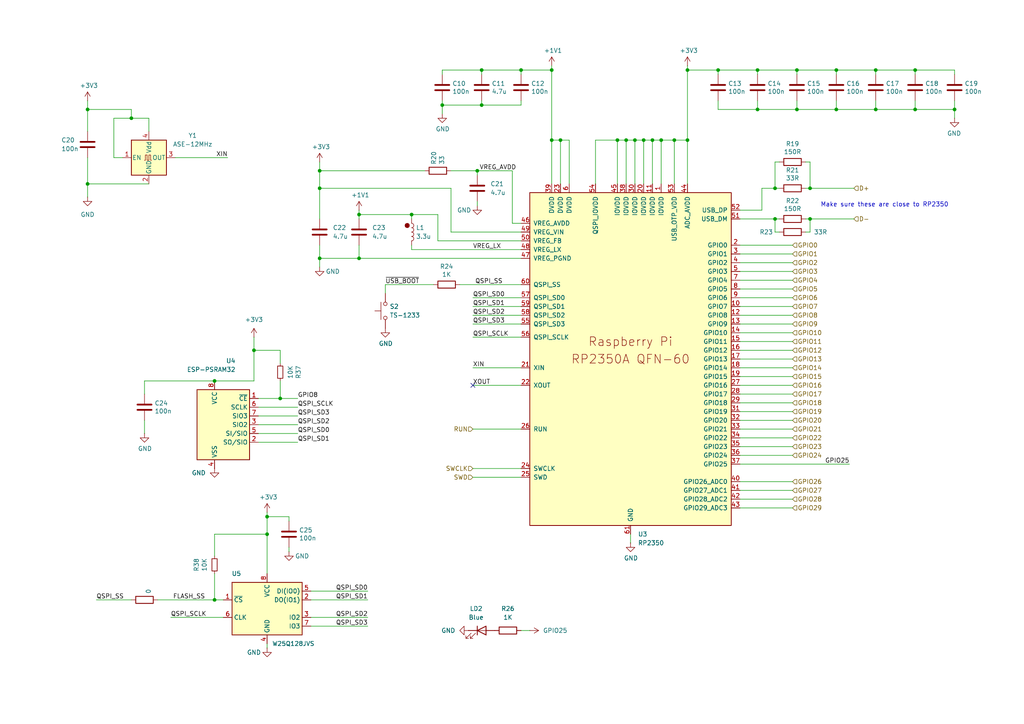
<source format=kicad_sch>
(kicad_sch (version 20250114) (generator "eeschema") (generator_version "9.0")
  (paper "A4")
  (title_block (title "MiniFRANK RM24") (date "2025-03-14") (rev "1.00") (company "Mikhail Matveev") (comment 1 "https://github.com/xtremespb/frank"))
  (lib_symbols
    (symbol "+1V1_1" (power) (pin_numbers (hide yes)) (pin_names (offset 0) (hide yes))
      (property "Value" "+1V1" (at 0 3.556 0))
      (symbol "+1V1_1_0_1"
        (polyline (pts (xy -0.762 1.27) (xy 0 2.54)))
        (polyline (pts (xy 0 2.54) (xy 0.762 1.27)))
        (polyline (pts (xy 0 0) (xy 0 2.54)))
      )
      (symbol "+1V1_1_1_1"
        (pin power_in line (at 0 0 90) (length 0) (name "~") (number "1"))
      )
    )
    (symbol "+3V3_1" (power) (pin_numbers (hide yes)) (pin_names (offset 0) (hide yes))
      (property "Value" "+3V3" (at 0 3.556 0))
      (symbol "+3V3_1_0_1"
        (polyline (pts (xy -0.762 1.27) (xy 0 2.54)))
        (polyline (pts (xy 0 2.54) (xy 0.762 1.27)))
        (polyline (pts (xy 0 0) (xy 0 2.54)))
      )
      (symbol "+3V3_1_1_1"
        (pin power_in line (at 0 0 90) (length 0) (name "~") (number "1"))
      )
    )
    (symbol "+3V3_3" (power) (pin_numbers (hide yes)) (pin_names (offset 0) (hide yes))
      (property "Value" "+3V3" (at 0 3.556 0))
      (symbol "+3V3_3_0_1"
        (polyline (pts (xy -0.762 1.27) (xy 0 2.54)))
        (polyline (pts (xy 0 2.54) (xy 0.762 1.27)))
        (polyline (pts (xy 0 0) (xy 0 2.54)))
      )
      (symbol "+3V3_3_1_1"
        (pin power_in line (at 0 0 90) (length 0) (name "~") (number "1"))
      )
    )
    (symbol "Device:C" (pin_numbers (hide yes)) (pin_names (offset 0.254))
      (property "Reference" "C" (at 0.635 2.54 0))
      (property "Value" "C" (at 0.635 -2.54 0))
      (symbol "C_0_1"
        (polyline (pts (xy -2.032 0.762) (xy 2.032 0.762)) (stroke (width 0.508)))
        (polyline (pts (xy -2.032 -0.762) (xy 2.032 -0.762)) (stroke (width 0.508)))
      )
      (symbol "C_1_1"
        (pin passive line (at 0 3.81 270) (length 2.794) (name "~") (number "1"))
        (pin passive line (at 0 -3.81 90) (length 2.794) (name "~") (number "2"))
      )
    )
    (symbol "Device:L" (pin_numbers (hide yes)) (pin_names (offset 1.016) (hide yes))
      (property "Reference" "L" (at -1.27 0 90))
      (property "Value" "L" (at 1.905 0 90))
      (symbol "L_0_1"
        (arc (start 0 2.54) (mid 0.6323 1.905) (end 0 1.27))
        (arc (start 0 1.27) (mid 0.6323 0.635) (end 0 0))
        (arc (start 0 0) (mid 0.6323 -0.635) (end 0 -1.27))
        (arc (start 0 -1.27) (mid 0.6323 -1.905) (end 0 -2.54))
      )
      (symbol "L_1_1"
        (pin passive line (at 0 3.81 270) (length 1.27) (name "1") (number "1"))
        (pin passive line (at 0 -3.81 90) (length 1.27) (name "2") (number "2"))
      )
    )
    (symbol "Device:LED" (pin_numbers (hide yes)) (pin_names (offset 1.016) (hide yes))
      (property "Reference" "D" (at 0 2.54 0))
      (property "Value" "LED" (at 0 -2.54 0))
      (symbol "LED_0_1"
        (polyline (pts (xy -3.048 -0.762) (xy -4.572 -2.286) (xy -3.81 -2.286) (xy -4.572 -2.286) (xy -4.572 -1.524)))
        (polyline (pts (xy -1.778 -0.762) (xy -3.302 -2.286) (xy -2.54 -2.286) (xy -3.302 -2.286) (xy -3.302 -1.524)))
        (polyline (pts (xy -1.27 0) (xy 1.27 0)))
        (polyline (pts (xy -1.27 -1.27) (xy -1.27 1.27)) (stroke (width 0.254)))
        (polyline (pts (xy 1.27 -1.27) (xy 1.27 1.27) (xy -1.27 0) (xy 1.27 -1.27)) (stroke (width 0.254)))
      )
      (symbol "LED_1_1"
        (pin passive line (at -3.81 0 0) (length 2.54) (name "K") (number "1"))
        (pin passive line (at 3.81 0 180) (length 2.54) (name "A") (number "2"))
      )
    )
    (symbol "Device:R" (pin_numbers (hide yes)) (pin_names (offset 0))
      (property "Reference" "R" (at 2.032 0 90))
      (property "Value" "R" (at 0 0 90))
      (symbol "R_0_1"
        (rectangle (start -1.016 -2.54) (end 1.016 2.54) (stroke (width 0.254)))
      )
      (symbol "R_1_1"
        (pin passive line (at 0 3.81 270) (length 1.27) (name "~") (number "1"))
        (pin passive line (at 0 -3.81 90) (length 1.27) (name "~") (number "2"))
      )
    )
    (symbol "Device:R_Small" (pin_numbers (hide yes)) (pin_names (offset 0.254) (hide yes))
      (property "Reference" "R" (at 0.762 0.508 0))
      (property "Value" "R_Small" (at 0.762 -1.016 0))
      (symbol "R_Small_0_1"
        (rectangle (start -0.762 1.778) (end 0.762 -1.778) (stroke (width 0.2032)))
      )
      (symbol "R_Small_1_1"
        (pin passive line (at 0 2.54 270) (length 0.762) (name "~") (number "1"))
        (pin passive line (at 0 -2.54 90) (length 0.762) (name "~") (number "2"))
      )
    )
    (symbol "FRANK:ESP-PSRAM32"
      (property "Reference" "PSR1" (at -8.89 1.2701 0))
      (property "Value" "PSRAM" (at -8.89 -1.2699 0))
      (symbol "ESP-PSRAM32_0_1"
        (rectangle (start -7.62 10.16) (end 7.62 -10.16) (stroke (width 0.254)) (fill (type background)))
      )
      (symbol "ESP-PSRAM32_1_1"
        (pin power_in line (at -2.54 12.7 270) (length 2.54) (name "VCC") (number "8"))
        (pin power_in line (at -2.54 -12.7 90) (length 2.54) (name "VSS") (number "4"))
        (pin input line (at 10.16 7.62 180) (length 2.54) (name "~{CE}") (number "1"))
        (pin output line (at 10.16 5.08 180) (length 2.54) (name "SCLK") (number "6"))
        (pin bidirectional line (at 10.16 2.54 180) (length 2.54) (name "SIO3") (number "7"))
        (pin bidirectional line (at 10.16 0 180) (length 2.54) (name "SIO2") (number "3"))
        (pin input line (at 10.16 -2.54 180) (length 2.54) (name "SI/SIO") (number "5"))
        (pin output line (at 10.16 -5.08 180) (length 2.54) (name "SO/SIO") (number "2"))
      )
    )
    (symbol "FRANK:RP2350A" (pin_names (offset 1.016))
      (property "Reference" "U3" (at 2.1433 -50.8 0))
      (property "Value" "RP2350" (at 2.1433 -53.34 0))
      (symbol "RP2350A_0_0"
        (text "Raspberry Pi" (at 0 5.08 0) (effects (font (size 2.54 2.54))))
      )
      (symbol "RP2350A_0_1"
        (rectangle (start 29.21 48.26) (end -29.21 -48.26) (stroke (width 0.254)) (fill (type background)))
      )
      (symbol "RP2350A_1_0"
        (text "RP2350A QFN-60" (at 0 0 0) (effects (font (size 2.54 2.54))))
      )
      (symbol "RP2350A_1_1"
        (pin power_in line (at -31.75 39.37 0) (length 2.54) (name "VREG_AVDD") (number "46"))
        (pin power_in line (at -31.75 36.83 0) (length 2.54) (name "VREG_VIN") (number "49"))
        (pin input line (at -31.75 34.29 0) (length 2.54) (name "VREG_FB") (number "50"))
        (pin power_out line (at -31.75 31.75 0) (length 2.54) (name "VREG_LX") (number "48"))
        (pin power_in line (at -31.75 29.21 0) (length 2.54) (name "VREG_PGND") (number "47"))
        (pin bidirectional line (at -31.75 21.59 0) (length 2.54) (name "QSPI_SS") (number "60"))
        (pin bidirectional line (at -31.75 17.78 0) (length 2.54) (name "QSPI_SD0") (number "57"))
        (pin bidirectional line (at -31.75 15.24 0) (length 2.54) (name "QSPI_SD1") (number "59"))
        (pin bidirectional line (at -31.75 12.7 0) (length 2.54) (name "QSPI_SD2") (number "58"))
        (pin bidirectional line (at -31.75 10.16 0) (length 2.54) (name "QSPI_SD3") (number "55"))
        (pin output line (at -31.75 6.35 0) (length 2.54) (name "QSPI_SCLK") (number "56"))
        (pin input line (at -31.75 -2.54 0) (length 2.54) (name "XIN") (number "21"))
        (pin passive line (at -31.75 -7.62 0) (length 2.54) (name "XOUT") (number "22"))
        (pin input line (at -31.75 -20.32 0) (length 2.54) (name "RUN") (number "26"))
        (pin output line (at -31.75 -31.75 0) (length 2.54) (name "SWCLK") (number "24"))
        (pin bidirectional line (at -31.75 -34.29 0) (length 2.54) (name "SWD") (number "25"))
        (pin power_in line (at -22.86 50.8 270) (length 2.54) (name "DVDD") (number "39"))
        (pin power_in line (at -20.32 50.8 270) (length 2.54) (name "DVDD") (number "23"))
        (pin power_in line (at -17.78 50.8 270) (length 2.54) (name "DVDD") (number "6"))
        (pin power_in line (at -10.16 50.8 270) (length 2.54) (name "QSPI_IOVDD") (number "54"))
        (pin power_in line (at -3.81 50.8 270) (length 2.54) (name "IOVDD") (number "45"))
        (pin power_in line (at -1.27 50.8 270) (length 2.54) (name "IOVDD") (number "38"))
        (pin power_in line (at 0 -50.8 90) (length 2.54) (name "GND") (number "61"))
        (pin power_in line (at 1.27 50.8 270) (length 2.54) (name "IOVDD") (number "30"))
        (pin power_in line (at 3.81 50.8 270) (length 2.54) (name "IOVDD") (number "20"))
        (pin power_in line (at 6.35 50.8 270) (length 2.54) (name "IOVDD") (number "11"))
        (pin power_in line (at 8.89 50.8 270) (length 2.54) (name "IOVDD") (number "1"))
        (pin power_in line (at 12.7 50.8 270) (length 2.54) (name "USB_OTP_VDD") (number "53"))
        (pin power_in line (at 16.51 50.8 270) (length 2.54) (name "ADC_AVDD") (number "44"))
        (pin bidirectional line (at 31.75 43.18 180) (length 2.54) (name "USB_DP") (number "52"))
        (pin bidirectional line (at 31.75 40.64 180) (length 2.54) (name "USB_DM") (number "51"))
        (pin bidirectional line (at 31.75 33.02 180) (length 2.54) (name "GPIO0") (number "2"))
        (pin bidirectional line (at 31.75 30.48 180) (length 2.54) (name "GPIO1") (number "3"))
        (pin bidirectional line (at 31.75 27.94 180) (length 2.54) (name "GPIO2") (number "4"))
        (pin bidirectional line (at 31.75 25.4 180) (length 2.54) (name "GPIO3") (number "5"))
        (pin bidirectional line (at 31.75 22.86 180) (length 2.54) (name "GPIO4") (number "7"))
        (pin bidirectional line (at 31.75 20.32 180) (length 2.54) (name "GPIO5") (number "8"))
        (pin bidirectional line (at 31.75 17.78 180) (length 2.54) (name "GPIO6") (number "9"))
        (pin bidirectional line (at 31.75 15.24 180) (length 2.54) (name "GPIO7") (number "10"))
        (pin bidirectional line (at 31.75 12.7 180) (length 2.54) (name "GPIO8") (number "12"))
        (pin bidirectional line (at 31.75 10.16 180) (length 2.54) (name "GPIO9") (number "13"))
        (pin bidirectional line (at 31.75 7.62 180) (length 2.54) (name "GPIO10") (number "14"))
        (pin bidirectional line (at 31.75 5.08 180) (length 2.54) (name "GPIO11") (number "15"))
        (pin bidirectional line (at 31.75 2.54 180) (length 2.54) (name "GPIO12") (number "16"))
        (pin bidirectional line (at 31.75 0 180) (length 2.54) (name "GPIO13") (number "17"))
        (pin bidirectional line (at 31.75 -2.54 180) (length 2.54) (name "GPIO14") (number "18"))
        (pin bidirectional line (at 31.75 -5.08 180) (length 2.54) (name "GPIO15") (number "19"))
        (pin bidirectional line (at 31.75 -7.62 180) (length 2.54) (name "GPIO16") (number "27"))
        (pin bidirectional line (at 31.75 -10.16 180) (length 2.54) (name "GPIO17") (number "28"))
        (pin bidirectional line (at 31.75 -12.7 180) (length 2.54) (name "GPIO18") (number "29"))
        (pin bidirectional line (at 31.75 -15.24 180) (length 2.54) (name "GPIO19") (number "31"))
        (pin bidirectional line (at 31.75 -17.78 180) (length 2.54) (name "GPIO20") (number "32"))
        (pin bidirectional line (at 31.75 -20.32 180) (length 2.54) (name "GPIO21") (number "33"))
        (pin bidirectional line (at 31.75 -22.86 180) (length 2.54) (name "GPIO22") (number "34"))
        (pin bidirectional line (at 31.75 -25.4 180) (length 2.54) (name "GPIO23") (number "35"))
        (pin bidirectional line (at 31.75 -27.94 180) (length 2.54) (name "GPIO24") (number "36"))
        (pin bidirectional line (at 31.75 -30.48 180) (length 2.54) (name "GPIO25") (number "37"))
        (pin bidirectional line (at 31.75 -35.56 180) (length 2.54) (name "GPIO26_ADC0") (number "40"))
        (pin bidirectional line (at 31.75 -38.1 180) (length 2.54) (name "GPIO27_ADC1") (number "41"))
        (pin bidirectional line (at 31.75 -40.64 180) (length 2.54) (name "GPIO28_ADC2") (number "42"))
        (pin bidirectional line (at 31.75 -43.18 180) (length 2.54) (name "GPIO29_ADC3") (number "43"))
      )
    )
    (symbol "FRANK:W25Q128JVS"
      (property "Reference" "U5" (at -8.89 10.16 0))
      (property "Value" "W25Q128JVS" (at 7.62 -10.16 0))
      (symbol "W25Q128JVS_0_1"
        (rectangle (start -10.16 7.62) (end 10.16 -7.62) (stroke (width 0.254)) (fill (type background)))
      )
      (symbol "W25Q128JVS_1_1"
        (pin input line (at -12.7 2.54 0) (length 2.54) (name "~{CS}") (number "1"))
        (pin input line (at -12.7 -2.54 0) (length 2.54) (name "CLK") (number "6"))
        (pin power_in line (at 0 10.16 270) (length 2.54) (name "VCC") (number "8"))
        (pin power_in line (at 0 -10.16 90) (length 2.54) (name "GND") (number "4"))
        (pin bidirectional line (at 12.7 5.08 180) (length 2.54) (name "DI(IO0)") (number "5"))
        (pin bidirectional line (at 12.7 2.54 180) (length 2.54) (name "DO(IO1)") (number "2"))
        (pin bidirectional line (at 12.7 -2.54 180) (length 2.54) (name "IO2") (number "3"))
        (pin bidirectional line (at 12.7 -5.08 180) (length 2.54) (name "IO3") (number "7"))
      )
    )
    (symbol "GND_1" (power) (pin_numbers (hide yes)) (pin_names (offset 0) (hide yes))
      (property "Value" "GND" (at 0 -3.81 0))
      (symbol "GND_1_0_1"
        (polyline (pts (xy 0 0) (xy 0 -1.27) (xy 1.27 -1.27) (xy 0 -2.54) (xy -1.27 -1.27) (xy 0 -1.27)))
      )
      (symbol "GND_1_1_1"
        (pin power_in line (at 0 0 270) (length 0) (name "~") (number "1"))
      )
    )
    (symbol "GND_2" (power) (pin_numbers (hide yes)) (pin_names (offset 0) (hide yes))
      (property "Value" "GND" (at 0 -3.81 0))
      (symbol "GND_2_0_1"
        (polyline (pts (xy 0 0) (xy 0 -1.27) (xy 1.27 -1.27) (xy 0 -2.54) (xy -1.27 -1.27) (xy 0 -1.27)))
      )
      (symbol "GND_2_1_1"
        (pin power_in line (at 0 0 270) (length 0) (name "~") (number "1"))
      )
    )
    (symbol "GND_6" (power) (pin_numbers (hide yes)) (pin_names (offset 0) (hide yes))
      (property "Value" "GND" (at 0 -3.81 0))
      (symbol "GND_6_0_1"
        (polyline (pts (xy 0 0) (xy 0 -1.27) (xy 1.27 -1.27) (xy 0 -2.54) (xy -1.27 -1.27) (xy 0 -1.27)))
      )
      (symbol "GND_6_1_1"
        (pin power_in line (at 0 0 270) (length 0) (name "~") (number "1"))
      )
    )
    (symbol "Oscillator:ASE-xxxMHz" (pin_names (offset 0.254))
      (property "Reference" "Y" (at -5.08 6.35 0))
      (property "Value" "ASE-xxxMHz" (at 1.27 -6.35 0))
      (symbol "ASE-xxxMHz_0_1"
        (rectangle (start -5.08 5.08) (end 5.08 -5.08) (stroke (width 0.254)) (fill (type background)))
        (polyline (pts (xy -1.27 -0.762) (xy -1.016 -0.762) (xy -1.016 0.762) (xy -0.508 0.762) (xy -0.508 -0.762) (xy 0 -0.762) (xy 0 0.762) (xy 0.508 0.762) (xy 0.508 -0.762) (xy 0.762 -0.762)))
      )
      (symbol "ASE-xxxMHz_1_1"
        (pin input line (at -7.62 0 0) (length 2.54) (name "EN") (number "1"))
        (pin power_in line (at 0 7.62 270) (length 2.54) (name "Vdd") (number "4"))
        (pin power_in line (at 0 -7.62 90) (length 2.54) (name "GND") (number "2"))
        (pin output line (at 7.62 0 180) (length 2.54) (name "OUT") (number "3"))
      )
    )
    (symbol "Switch:SW_Push" (pin_numbers (hide yes)) (pin_names (offset 1.016) (hide yes))
      (property "Reference" "SW" (at 1.27 2.54 0))
      (property "Value" "SW_Push" (at 0 -1.524 0))
      (symbol "SW_Push_0_1"
        (circle (center -2.032 0) (radius 0.508))
        (polyline (pts (xy 0 1.27) (xy 0 3.048)))
        (circle (center 2.032 0) (radius 0.508))
        (polyline (pts (xy 2.54 1.27) (xy -2.54 1.27)))
        (pin passive line (at -5.08 0 0) (length 2.54) (name "1") (number "1"))
        (pin passive line (at 5.08 0 180) (length 2.54) (name "2") (number "2"))
      )
    )
    (symbol "power:+1V1" (power) (pin_numbers (hide yes)) (pin_names (offset 0) (hide yes))
      (property "Value" "+1V1" (at 0 3.556 0))
      (symbol "+1V1_0_1"
        (polyline (pts (xy -0.762 1.27) (xy 0 2.54)))
        (polyline (pts (xy 0 2.54) (xy 0.762 1.27)))
        (polyline (pts (xy 0 0) (xy 0 2.54)))
      )
      (symbol "+1V1_1_1"
        (pin power_in line (at 0 0 90) (length 0) (name "~") (number "1"))
      )
    )
    (symbol "power:+3V3" (power) (pin_numbers (hide yes)) (pin_names (offset 0) (hide yes))
      (property "Value" "+3V3" (at 0 3.556 0))
      (symbol "+3V3_0_1"
        (polyline (pts (xy -0.762 1.27) (xy 0 2.54)))
        (polyline (pts (xy 0 2.54) (xy 0.762 1.27)))
        (polyline (pts (xy 0 0) (xy 0 2.54)))
      )
      (symbol "+3V3_1_1"
        (pin power_in line (at 0 0 90) (length 0) (name "~") (number "1"))
      )
    )
    (symbol "power:GND" (power) (pin_numbers (hide yes)) (pin_names (offset 0) (hide yes))
      (property "Value" "GND" (at 0 -3.81 0))
      (symbol "GND_0_1"
        (polyline (pts (xy 0 0) (xy 0 -1.27) (xy 1.27 -1.27) (xy 0 -2.54) (xy -1.27 -1.27) (xy 0 -1.27)))
      )
      (symbol "GND_1_1"
        (pin power_in line (at 0 0 270) (length 0) (name "~") (number "1"))
      )
    )
  )
  (circle (center 118.11 65.405) (radius 0.635) (stroke (width 0) (color 132 0 0 1)) (fill (type color) (color 132 0 0 1)))
  (text "Make sure these are close to RP2350\n" (at 237.998 60.198 0) (effects (font (size 1.27 1.27)) (justify left bottom)))
  (junction (at 92.71 54.61))
  (junction (at 73.66 101.6))
  (junction (at 195.58 40.64))
  (junction (at 199.39 20.32))
  (junction (at 242.57 31.75))
  (junction (at 234.95 63.5))
  (junction (at 208.28 20.32))
  (junction (at 186.69 40.64))
  (junction (at 219.71 31.75))
  (junction (at 62.23 173.99))
  (junction (at 151.13 20.32))
  (junction (at 104.14 62.23))
  (junction (at 160.02 40.64))
  (junction (at 181.61 40.64))
  (junction (at 242.57 20.32))
  (junction (at 62.23 110.49))
  (junction (at 139.7 20.32))
  (junction (at 77.47 149.86))
  (junction (at 231.14 31.75))
  (junction (at 254 31.75))
  (junction (at 199.39 40.64))
  (junction (at 92.71 74.93))
  (junction (at 189.23 40.64))
  (junction (at 184.15 40.64))
  (junction (at 139.7 30.48))
  (junction (at 179.07 40.64))
  (junction (at 265.43 31.75))
  (junction (at 81.28 115.57))
  (junction (at 104.14 74.93))
  (junction (at 224.79 54.61))
  (junction (at 128.27 30.48))
  (junction (at 119.38 62.23))
  (junction (at 138.43 49.53))
  (junction (at 160.02 20.32))
  (junction (at 265.43 20.32))
  (junction (at 231.14 20.32))
  (junction (at 25.4 53.34))
  (junction (at 224.79 63.5))
  (junction (at 254 20.32))
  (junction (at 191.77 40.64))
  (junction (at 77.47 154.94))
  (junction (at 219.71 20.32))
  (junction (at 162.56 40.64))
  (junction (at 92.71 49.53))
  (junction (at 276.86 31.75))
  (junction (at 234.95 54.61))
  (junction (at 38.1 34.29))
  (junction (at 25.4 31.75))
  (no_connect (at 137.16 111.76))
  (wire (pts (xy 214.63 121.92) (xy 229.87 121.92)))
  (wire (pts (xy 214.63 93.98) (xy 229.87 93.98)))
  (wire (pts (xy 111.76 82.55) (xy 111.76 85.09)))
  (wire (pts (xy 233.68 54.61) (xy 234.95 54.61)))
  (wire (pts (xy 214.63 111.76) (xy 229.87 111.76)))
  (wire (pts (xy 214.63 129.54) (xy 229.87 129.54)))
  (wire (pts (xy 77.47 154.94) (xy 77.47 166.37)))
  (wire (pts (xy 214.63 99.06) (xy 229.87 99.06)))
  (wire (pts (xy 214.63 104.14) (xy 229.87 104.14)))
  (wire (pts (xy 127 62.23) (xy 119.38 62.23)))
  (wire (pts (xy 77.47 149.86) (xy 77.47 154.94)))
  (wire (pts (xy 138.43 59.69) (xy 138.43 58.42)))
  (wire (pts (xy 83.82 149.86) (xy 77.47 149.86)))
  (wire (pts (xy 77.47 148.59) (xy 77.47 149.86)))
  (wire (pts (xy 265.43 31.75) (xy 276.86 31.75)))
  (wire (pts (xy 83.82 151.13) (xy 83.82 149.86)))
  (wire (pts (xy 137.16 106.68) (xy 151.13 106.68)))
  (wire (pts (xy 231.14 21.59) (xy 231.14 20.32)))
  (wire (pts (xy 184.15 40.64) (xy 186.69 40.64)))
  (wire (pts (xy 92.71 49.53) (xy 123.19 49.53)))
  (wire (pts (xy 74.93 123.19) (xy 86.36 123.19)))
  (wire (pts (xy 90.17 173.99) (xy 106.68 173.99)))
  (wire (pts (xy 92.71 74.93) (xy 92.71 77.47)))
  (wire (pts (xy 83.82 158.75) (xy 83.82 160.02)))
  (wire (pts (xy 214.63 71.12) (xy 229.87 71.12)))
  (wire (pts (xy 138.43 49.53) (xy 148.59 49.53)))
  (wire (pts (xy 181.61 53.34) (xy 181.61 40.64)))
  (wire (pts (xy 151.13 30.48) (xy 151.13 29.21)))
  (wire (pts (xy 208.28 29.21) (xy 208.28 31.75)))
  (wire (pts (xy 276.86 29.21) (xy 276.86 31.75)))
  (wire (pts (xy 137.16 93.98) (xy 151.13 93.98)))
  (wire (pts (xy 128.27 20.32) (xy 139.7 20.32)))
  (wire (pts (xy 214.63 76.2) (xy 229.87 76.2)))
  (wire (pts (xy 77.47 186.69) (xy 77.47 187.96)))
  (wire (pts (xy 234.95 63.5) (xy 247.65 63.5)))
  (wire (pts (xy 139.7 20.32) (xy 151.13 20.32)))
  (wire (pts (xy 162.56 53.34) (xy 162.56 40.64)))
  (wire (pts (xy 242.57 31.75) (xy 231.14 31.75)))
  (wire (pts (xy 81.28 115.57) (xy 86.36 115.57)))
  (wire (pts (xy 62.23 161.29) (xy 62.23 154.94)))
  (wire (pts (xy 104.14 62.23) (xy 119.38 62.23)))
  (wire (pts (xy 73.66 97.79) (xy 73.66 101.6)))
  (wire (pts (xy 214.63 139.7) (xy 229.87 139.7)))
  (wire (pts (xy 208.28 21.59) (xy 208.28 20.32)))
  (wire (pts (xy 119.38 72.39) (xy 119.38 71.12)))
  (wire (pts (xy 162.56 40.64) (xy 160.02 40.64)))
  (wire (pts (xy 220.98 54.61) (xy 220.98 60.96)))
  (wire (pts (xy 214.63 91.44) (xy 229.87 91.44)))
  (wire (pts (xy 214.63 96.52) (xy 229.87 96.52)))
  (wire (pts (xy 224.79 63.5) (xy 224.79 67.31)))
  (wire (pts (xy 172.72 53.34) (xy 172.72 40.64)))
  (wire (pts (xy 90.17 181.61) (xy 106.68 181.61)))
  (wire (pts (xy 195.58 40.64) (xy 199.39 40.64)))
  (wire (pts (xy 104.14 63.5) (xy 104.14 62.23)))
  (wire (pts (xy 74.93 128.27) (xy 86.36 128.27)))
  (wire (pts (xy 214.63 147.32) (xy 229.87 147.32)))
  (wire (pts (xy 254 21.59) (xy 254 20.32)))
  (wire (pts (xy 151.13 21.59) (xy 151.13 20.32)))
  (wire (pts (xy 165.1 40.64) (xy 165.1 53.34)))
  (wire (pts (xy 160.02 20.32) (xy 160.02 40.64)))
  (wire (pts (xy 138.43 49.53) (xy 138.43 50.8)))
  (wire (pts (xy 92.71 54.61) (xy 130.81 54.61)))
  (wire (pts (xy 33.02 45.72) (xy 33.02 34.29)))
  (wire (pts (xy 90.17 179.07) (xy 106.68 179.07)))
  (wire (pts (xy 74.93 115.57) (xy 81.28 115.57)))
  (wire (pts (xy 276.86 21.59) (xy 276.86 20.32)))
  (wire (pts (xy 137.16 88.9) (xy 151.13 88.9)))
  (wire (pts (xy 25.4 53.34) (xy 43.18 53.34)))
  (wire (pts (xy 233.68 63.5) (xy 234.95 63.5)))
  (wire (pts (xy 199.39 20.32) (xy 208.28 20.32)))
  (wire (pts (xy 151.13 135.89) (xy 137.16 135.89)))
  (wire (pts (xy 214.63 127) (xy 229.87 127)))
  (wire (pts (xy 214.63 101.6) (xy 229.87 101.6)))
  (wire (pts (xy 242.57 20.32) (xy 254 20.32)))
  (wire (pts (xy 189.23 40.64) (xy 191.77 40.64)))
  (wire (pts (xy 92.71 54.61) (xy 92.71 63.5)))
  (wire (pts (xy 35.56 45.72) (xy 33.02 45.72)))
  (wire (pts (xy 219.71 21.59) (xy 219.71 20.32)))
  (wire (pts (xy 214.63 81.28) (xy 229.87 81.28)))
  (wire (pts (xy 226.06 67.31) (xy 224.79 67.31)))
  (wire (pts (xy 151.13 82.55) (xy 133.35 82.55)))
  (wire (pts (xy 181.61 40.64) (xy 184.15 40.64)))
  (wire (pts (xy 151.13 97.79) (xy 137.16 97.79)))
  (wire (pts (xy 49.53 179.07) (xy 64.77 179.07)))
  (wire (pts (xy 276.86 31.75) (xy 276.86 34.29)))
  (wire (pts (xy 130.81 54.61) (xy 130.81 67.31)))
  (wire (pts (xy 189.23 53.34) (xy 189.23 40.64)))
  (wire (pts (xy 41.91 110.49) (xy 41.91 114.3)))
  (wire (pts (xy 265.43 20.32) (xy 276.86 20.32)))
  (wire (pts (xy 233.68 67.31) (xy 234.95 67.31)))
  (wire (pts (xy 160.02 19.05) (xy 160.02 20.32)))
  (wire (pts (xy 151.13 182.88) (xy 153.67 182.88)))
  (wire (pts (xy 62.23 154.94) (xy 77.47 154.94)))
  (wire (pts (xy 234.95 63.5) (xy 234.95 67.31)))
  (wire (pts (xy 186.69 40.64) (xy 189.23 40.64)))
  (wire (pts (xy 254 20.32) (xy 265.43 20.32)))
  (wire (pts (xy 73.66 110.49) (xy 62.23 110.49)))
  (wire (pts (xy 151.13 111.76) (xy 137.16 111.76)))
  (wire (pts (xy 199.39 40.64) (xy 199.39 53.34)))
  (wire (pts (xy 62.23 166.37) (xy 62.23 173.99)))
  (wire (pts (xy 62.23 173.99) (xy 64.77 173.99)))
  (wire (pts (xy 214.63 134.62) (xy 246.38 134.62)))
  (wire (pts (xy 254 29.21) (xy 254 31.75)))
  (wire (pts (xy 45.72 173.99) (xy 62.23 173.99)))
  (wire (pts (xy 214.63 144.78) (xy 229.87 144.78)))
  (wire (pts (xy 186.69 53.34) (xy 186.69 40.64)))
  (wire (pts (xy 214.63 109.22) (xy 229.87 109.22)))
  (wire (pts (xy 265.43 29.21) (xy 265.43 31.75)))
  (wire (pts (xy 160.02 40.64) (xy 160.02 53.34)))
  (wire (pts (xy 162.56 40.64) (xy 165.1 40.64)))
  (wire (pts (xy 214.63 132.08) (xy 229.87 132.08)))
  (wire (pts (xy 195.58 53.34) (xy 195.58 40.64)))
  (wire (pts (xy 219.71 20.32) (xy 231.14 20.32)))
  (wire (pts (xy 92.71 71.12) (xy 92.71 74.93)))
  (wire (pts (xy 130.81 67.31) (xy 151.13 67.31)))
  (wire (pts (xy 127 69.85) (xy 127 62.23)))
  (wire (pts (xy 104.14 74.93) (xy 151.13 74.93)))
  (wire (pts (xy 265.43 21.59) (xy 265.43 20.32)))
  (wire (pts (xy 231.14 20.32) (xy 242.57 20.32)))
  (wire (pts (xy 92.71 49.53) (xy 92.71 54.61)))
  (wire (pts (xy 179.07 53.34) (xy 179.07 40.64)))
  (wire (pts (xy 128.27 30.48) (xy 128.27 33.02)))
  (wire (pts (xy 214.63 63.5) (xy 224.79 63.5)))
  (wire (pts (xy 182.88 154.94) (xy 182.88 157.48)))
  (wire (pts (xy 73.66 101.6) (xy 81.28 101.6)))
  (wire (pts (xy 219.71 29.21) (xy 219.71 31.75)))
  (wire (pts (xy 119.38 62.23) (xy 119.38 63.5)))
  (wire (pts (xy 234.95 54.61) (xy 247.65 54.61)))
  (wire (pts (xy 139.7 30.48) (xy 151.13 30.48)))
  (wire (pts (xy 125.73 82.55) (xy 111.76 82.55)))
  (wire (pts (xy 224.79 63.5) (xy 226.06 63.5)))
  (wire (pts (xy 151.13 20.32) (xy 160.02 20.32)))
  (wire (pts (xy 199.39 19.05) (xy 199.39 20.32)))
  (wire (pts (xy 199.39 20.32) (xy 199.39 40.64)))
  (wire (pts (xy 151.13 124.46) (xy 137.16 124.46)))
  (wire (pts (xy 214.63 114.3) (xy 229.87 114.3)))
  (wire (pts (xy 90.17 171.45) (xy 106.68 171.45)))
  (wire (pts (xy 214.63 86.36) (xy 229.87 86.36)))
  (wire (pts (xy 148.59 49.53) (xy 148.59 64.77)))
  (wire (pts (xy 242.57 29.21) (xy 242.57 31.75)))
  (wire (pts (xy 214.63 106.68) (xy 229.87 106.68)))
  (wire (pts (xy 25.4 29.21) (xy 25.4 31.75)))
  (wire (pts (xy 27.94 173.99) (xy 38.1 173.99)))
  (wire (pts (xy 214.63 142.24) (xy 229.87 142.24)))
  (wire (pts (xy 214.63 88.9) (xy 229.87 88.9)))
  (wire (pts (xy 104.14 71.12) (xy 104.14 74.93)))
  (wire (pts (xy 74.93 118.11) (xy 86.36 118.11)))
  (wire (pts (xy 208.28 20.32) (xy 219.71 20.32)))
  (wire (pts (xy 128.27 29.21) (xy 128.27 30.48)))
  (wire (pts (xy 224.79 54.61) (xy 224.79 46.99)))
  (wire (pts (xy 25.4 31.75) (xy 25.4 38.1)))
  (wire (pts (xy 81.28 101.6) (xy 81.28 105.41)))
  (wire (pts (xy 214.63 60.96) (xy 220.98 60.96)))
  (wire (pts (xy 25.4 31.75) (xy 38.1 31.75)))
  (wire (pts (xy 139.7 21.59) (xy 139.7 20.32)))
  (wire (pts (xy 43.18 34.29) (xy 43.18 38.1)))
  (wire (pts (xy 151.13 138.43) (xy 137.16 138.43)))
  (wire (pts (xy 25.4 57.15) (xy 25.4 53.34)))
  (wire (pts (xy 184.15 53.34) (xy 184.15 40.64)))
  (wire (pts (xy 128.27 30.48) (xy 139.7 30.48)))
  (wire (pts (xy 233.68 46.99) (xy 234.95 46.99)))
  (wire (pts (xy 234.95 46.99) (xy 234.95 54.61)))
  (wire (pts (xy 224.79 54.61) (xy 226.06 54.61)))
  (wire (pts (xy 128.27 21.59) (xy 128.27 20.32)))
  (wire (pts (xy 73.66 101.6) (xy 73.66 110.49)))
  (wire (pts (xy 137.16 86.36) (xy 151.13 86.36)))
  (wire (pts (xy 81.28 110.49) (xy 81.28 115.57)))
  (wire (pts (xy 41.91 121.92) (xy 41.91 125.73)))
  (wire (pts (xy 179.07 40.64) (xy 181.61 40.64)))
  (wire (pts (xy 38.1 31.75) (xy 38.1 34.29)))
  (wire (pts (xy 214.63 73.66) (xy 229.87 73.66)))
  (wire (pts (xy 224.79 46.99) (xy 226.06 46.99)))
  (wire (pts (xy 104.14 60.96) (xy 104.14 62.23)))
  (wire (pts (xy 214.63 116.84) (xy 229.87 116.84)))
  (wire (pts (xy 74.93 125.73) (xy 86.36 125.73)))
  (wire (pts (xy 151.13 69.85) (xy 127 69.85)))
  (wire (pts (xy 119.38 72.39) (xy 151.13 72.39)))
  (wire (pts (xy 191.77 40.64) (xy 191.77 53.34)))
  (wire (pts (xy 231.14 29.21) (xy 231.14 31.75)))
  (wire (pts (xy 214.63 124.46) (xy 229.87 124.46)))
  (wire (pts (xy 92.71 46.99) (xy 92.71 49.53)))
  (wire (pts (xy 219.71 31.75) (xy 208.28 31.75)))
  (wire (pts (xy 25.4 45.72) (xy 25.4 53.34)))
  (wire (pts (xy 265.43 31.75) (xy 254 31.75)))
  (wire (pts (xy 172.72 40.64) (xy 179.07 40.64)))
  (wire (pts (xy 214.63 119.38) (xy 229.87 119.38)))
  (wire (pts (xy 191.77 40.64) (xy 195.58 40.64)))
  (wire (pts (xy 137.16 91.44) (xy 151.13 91.44)))
  (wire (pts (xy 50.8 45.72) (xy 66.04 45.72)))
  (wire (pts (xy 38.1 34.29) (xy 43.18 34.29)))
  (wire (pts (xy 231.14 31.75) (xy 219.71 31.75)))
  (wire (pts (xy 33.02 34.29) (xy 38.1 34.29)))
  (wire (pts (xy 254 31.75) (xy 242.57 31.75)))
  (wire (pts (xy 139.7 29.21) (xy 139.7 30.48)))
  (wire (pts (xy 242.57 21.59) (xy 242.57 20.32)))
  (wire (pts (xy 92.71 74.93) (xy 104.14 74.93)))
  (wire (pts (xy 214.63 83.82) (xy 229.87 83.82)))
  (wire (pts (xy 220.98 54.61) (xy 224.79 54.61)))
  (wire (pts (xy 148.59 64.77) (xy 151.13 64.77)))
  (wire (pts (xy 74.93 120.65) (xy 86.36 120.65)))
  (wire (pts (xy 41.91 110.49) (xy 62.23 110.49)))
  (wire (pts (xy 130.81 49.53) (xy 138.43 49.53)))
  (wire (pts (xy 214.63 78.74) (xy 229.87 78.74)))
  (label "QSPI_SD2" (at 137.16 91.44 0))
  (label "VREG_AVDD" (at 139.065 49.53 0))
  (label "XOUT" (at 137.16 111.76 0))
  (label "QSPI_SS" (at 27.94 173.99 0))
  (label "QSPI_SD3" (at 137.16 93.98 0))
  (label "QSPI_SD2" (at 106.68 179.07 180))
  (label "QSPI_SS" (at 137.795 82.55 0))
  (label "QSPI_SD0" (at 86.36 125.73 0))
  (label "QSPI_SD3" (at 86.36 120.65 0))
  (label "~{USB_BOOT}" (at 111.76 82.55 0))
  (label "QSPI_SCLK" (at 49.53 179.07 0))
  (label "QSPI_SD1" (at 106.68 173.99 180))
  (label "QSPI_SD2" (at 86.36 123.19 0))
  (label "XIN" (at 137.16 106.68 0))
  (label "GPIO25" (at 246.38 134.62 180))
  (label "QSPI_SD0" (at 106.68 171.45 180))
  (label "GPIO8" (at 86.36 115.57 0))
  (label "XIN" (at 66.04 45.72 180))
  (label "QSPI_SCLK" (at 137.16 97.79 0))
  (label "QSPI_SD1" (at 86.36 128.27 0))
  (label "QSPI_SD3" (at 106.68 181.61 180))
  (label "QSPI_SD0" (at 137.16 86.36 0))
  (label "FLASH_SS" (at 50.165 173.99 0))
  (label "QSPI_SD1" (at 137.16 88.9 0))
  (label "VREG_LX" (at 137.16 72.39 0))
  (label "QSPI_SCLK" (at 86.36 118.11 0))
  (hierarchical_label "GPIO26" (shape input) (at 229.87 139.7 0))
  (hierarchical_label "RUN" (shape input) (at 137.16 124.46 180))
  (hierarchical_label "GPIO8" (shape input) (at 229.87 91.44 0))
  (hierarchical_label "GPIO5" (shape input) (at 229.87 83.82 0))
  (hierarchical_label "GPIO19" (shape input) (at 229.87 119.38 0))
  (hierarchical_label "D+" (shape input) (at 247.65 54.61 0))
  (hierarchical_label "GPIO7" (shape input) (at 229.87 88.9 0))
  (hierarchical_label "GPIO24" (shape input) (at 229.87 132.08 0))
  (hierarchical_label "GPIO1" (shape input) (at 229.87 73.66 0))
  (hierarchical_label "GPIO12" (shape input) (at 229.87 101.6 0))
  (hierarchical_label "D-" (shape input) (at 247.65 63.5 0))
  (hierarchical_label "GPIO21" (shape input) (at 229.87 124.46 0))
  (hierarchical_label "GPIO14" (shape input) (at 229.87 106.68 0))
  (hierarchical_label "SWCLK" (shape input) (at 137.16 135.89 180))
  (hierarchical_label "GPIO17" (shape input) (at 229.87 114.3 0))
  (hierarchical_label "GPIO9" (shape input) (at 229.87 93.98 0))
  (hierarchical_label "GPIO22" (shape input) (at 229.87 127 0))
  (hierarchical_label "GPIO6" (shape input) (at 229.87 86.36 0))
  (hierarchical_label "GPIO2" (shape input) (at 229.87 76.2 0))
  (hierarchical_label "GPIO0" (shape input) (at 229.87 71.12 0))
  (hierarchical_label "GPIO4" (shape input) (at 229.87 81.28 0))
  (hierarchical_label "GPIO27" (shape input) (at 229.87 142.24 0))
  (hierarchical_label "GPIO29" (shape input) (at 229.87 147.32 0))
  (hierarchical_label "GPIO13" (shape input) (at 229.87 104.14 0))
  (hierarchical_label "GPIO15" (shape input) (at 229.87 109.22 0))
  (hierarchical_label "GPIO11" (shape input) (at 229.87 99.06 0))
  (hierarchical_label "GPIO10" (shape input) (at 229.87 96.52 0))
  (hierarchical_label "GPIO23" (shape input) (at 229.87 129.54 0))
  (hierarchical_label "GPIO20" (shape input) (at 229.87 121.92 0))
  (hierarchical_label "GPIO3" (shape input) (at 229.87 78.74 0))
  (hierarchical_label "SWD" (shape input) (at 137.16 138.43 180))
  (hierarchical_label "GPIO28" (shape input) (at 229.87 144.78 0))
  (hierarchical_label "GPIO18" (shape input) (at 229.87 116.84 0))
  (hierarchical_label "GPIO16" (shape input) (at 229.87 111.76 0))
  (symbol (lib_id "Device:R") (at 127 49.53 90) (unit 1)
    (property "Reference" "R20" (at 125.8316 47.752 0) (effects (justify left)))
    (property "Value" "33" (at 128.143 47.752 0) (effects (justify left)))
    (property "Footprint" "FRANK:Resistor (0805)" (effects (hide yes)))
    (property "Datasheet" "https://www.vishay.com/docs/28952/mcs0402at-mct0603at-mcu0805at-mca1206at.pdf" (effects (hide yes)))
    (property "AliExpress" "https://www.aliexpress.com/item/1005005945735199.html" (effects (hide yes)))
  )
  (symbol (lib_id "Device:C") (at 208.28 25.4 0) (unit 1)
    (property "Reference" "C13" (at 211.201 24.2316 0) (effects (justify left)))
    (property "Value" "100n" (at 211.201 26.543 0) (effects (justify left)))
    (property "Footprint" "FRANK:Capacitor (0805)" (effects (hide yes)))
    (property "Datasheet" "https://eu.mouser.com/datasheet/2/40/KGM_X7R-3223212.pdf" (effects (hide yes)))
    (property "AliExpress" "https://www.aliexpress.com/item/33008008276.html" (effects (hide yes)))
  )
  (symbol (lib_id "Device:C") (at 151.13 25.4 0) (unit 1)
    (property "Reference" "C12" (at 154.051 24.2316 0) (effects (justify left)))
    (property "Value" "100n" (at 154.051 26.543 0) (effects (justify left)))
    (property "Footprint" "FRANK:Capacitor (0805)" (effects (hide yes)))
    (property "Datasheet" "https://eu.mouser.com/datasheet/2/40/KGM_X7R-3223212.pdf" (effects (hide yes)))
    (property "AliExpress" "https://www.aliexpress.com/item/33008008276.html" (effects (hide yes)))
  )
  (symbol (lib_id "power:+1V1") (at 104.14 60.96 0) (unit 1)
    (property "Reference" "#PWR040" (effects (hide yes)))
    (property "Value" "+1V1" (at 104.521 56.5658 0))
    (property "Description" "Power symbol creates a global label with name \"+1V1\"" (effects (hide yes)))
  )
  (symbol (lib_id "Device:R") (at 229.87 54.61 270) (unit 1)
    (property "Reference" "R21" (at 229.87 49.3522 90))
    (property "Value" "33R" (at 229.87 51.6636 90))
    (property "Footprint" "FRANK:Resistor (0805)" (effects (hide yes)))
    (property "Datasheet" "https://www.vishay.com/docs/28952/mcs0402at-mct0603at-mcu0805at-mca1206at.pdf" (effects (hide yes)))
    (property "AliExpress" "https://www.aliexpress.com/item/1005005945735199.html" (effects (hide yes)))
  )
  (symbol (lib_id "Device:C") (at 231.14 25.4 0) (unit 1)
    (property "Reference" "C15" (at 234.061 24.2316 0) (effects (justify left)))
    (property "Value" "100n" (at 234.061 26.543 0) (effects (justify left)))
    (property "Footprint" "FRANK:Capacitor (0805)" (effects (hide yes)))
    (property "Datasheet" "https://eu.mouser.com/datasheet/2/40/KGM_X7R-3223212.pdf" (effects (hide yes)))
    (property "AliExpress" "https://www.aliexpress.com/item/33008008276.html" (effects (hide yes)))
  )
  (symbol (lib_id "power:GND") (at 128.27 33.02 0) (unit 1)
    (property "Reference" "#PWR035" (effects (hide yes)))
    (property "Value" "GND" (at 128.397 37.4142 0))
  )
  (symbol (lib_id "Device:C") (at 265.43 25.4 0) (unit 1)
    (property "Reference" "C18" (at 268.351 24.2316 0) (effects (justify left)))
    (property "Value" "100n" (at 268.351 26.543 0) (effects (justify left)))
    (property "Footprint" "FRANK:Capacitor (0805)" (effects (hide yes)))
    (property "Datasheet" "https://eu.mouser.com/datasheet/2/40/KGM_X7R-3223212.pdf" (effects (hide yes)))
    (property "AliExpress" "https://www.aliexpress.com/item/33008008276.html" (effects (hide yes)))
  )
  (symbol (lib_id "FRANK:ESP-PSRAM32") (at 64.77 123.19 0) (unit 1)
    (property "Reference" "U4" (at 68.326 104.648 0) (effects (justify right)))
    (property "Value" "ESP-PSRAM32" (at 68.326 107.188 0) (effects (justify right)))
    (property "Footprint" "FRANK:SO-8" (effects (hide yes)))
    (property "Datasheet" "https://www.espressif.com/sites/default/files/documentation/esp-psram32_datasheet_en.pdf" (effects (hide yes)))
    (property "AliExpress" "https://www.aliexpress.com/item/1005006440914173.html" (effects (hide yes)))
  )
  (symbol (lib_name "GND_1") (lib_id "power:GND") (at 41.91 125.73 0) (unit 1)
    (property "Reference" "#PWR044" (effects (hide yes)))
    (property "Value" "GND" (at 42.037 130.1242 0))
    (property "Description" "Power symbol creates a global label with name \"GND\" , ground" (effects (hide yes)))
  )
  (symbol (lib_id "Device:R_Small") (at 81.28 107.95 180) (unit 1)
    (property "Reference" "R37" (at 86.5378 107.95 90))
    (property "Value" "10K" (at 84.2264 107.95 90))
    (property "Footprint" "FRANK:Resistor (0805)" (effects (hide yes)))
    (property "Description" "Resistor, small symbol" (effects (hide yes)))
    (property "AliExpress" "https://www.vishay.com/docs/28952/mcs0402at-mct0603at-mcu0805at-mca1206at.pdf" (effects (hide yes)))
  )
  (symbol (lib_id "power:GND") (at 276.86 34.29 0) (mirror y) (unit 1)
    (property "Reference" "#PWR036" (effects (hide yes)))
    (property "Value" "GND" (at 276.733 38.6842 0))
  )
  (symbol (lib_id "power:GND") (at 111.76 95.25 0) (unit 1)
    (property "Reference" "#PWR042" (effects (hide yes)))
    (property "Value" "GND" (at 111.887 99.6442 0))
  )
  (symbol (lib_id "Device:C") (at 254 25.4 0) (unit 1)
    (property "Reference" "C17" (at 256.921 24.2316 0) (effects (justify left)))
    (property "Value" "100n" (at 256.921 26.543 0) (effects (justify left)))
    (property "Footprint" "FRANK:Capacitor (0805)" (effects (hide yes)))
    (property "Datasheet" "https://eu.mouser.com/datasheet/2/40/KGM_X7R-3223212.pdf" (effects (hide yes)))
    (property "AliExpress" "https://www.aliexpress.com/item/33008008276.html" (effects (hide yes)))
  )
  (symbol (lib_id "power:GND") (at 182.88 157.48 0) (unit 1)
    (property "Reference" "#PWR047" (effects (hide yes)))
    (property "Value" "GND" (at 183.007 161.8742 0))
  )
  (symbol (lib_id "Device:C") (at 242.57 25.4 0) (unit 1)
    (property "Reference" "C16" (at 245.491 24.2316 0) (effects (justify left)))
    (property "Value" "100n" (at 245.491 26.543 0) (effects (justify left)))
    (property "Footprint" "FRANK:Capacitor (0805)" (effects (hide yes)))
    (property "Datasheet" "https://eu.mouser.com/datasheet/2/40/KGM_X7R-3223212.pdf" (effects (hide yes)))
    (property "AliExpress" "https://www.aliexpress.com/item/33008008276.html" (effects (hide yes)))
  )
  (symbol (lib_id "Device:R") (at 147.32 182.88 90) (unit 1)
    (property "Reference" "R26" (at 147.32 176.53 90))
    (property "Value" "1K" (at 147.32 179.07 90))
    (property "Footprint" "FRANK:Resistor (0805)" (effects (hide yes)))
    (property "Datasheet" "https://www.vishay.com/docs/28952/mcs0402at-mct0603at-mcu0805at-mca1206at.pdf" (effects (hide yes)))
    (property "Description" "Resistor" (effects (hide yes)))
    (property "AliExpress" "https://www.vishay.com/docs/28952/mcs0402at-mct0603at-mcu0805at-mca1206at.pdf" (effects (hide yes)))
  )
  (symbol (lib_id "power:+3V3") (at 199.39 19.05 0) (unit 1)
    (property "Reference" "#PWR033" (effects (hide yes)))
    (property "Value" "+3V3" (at 199.771 14.6558 0))
  )
  (symbol (lib_id "Device:R") (at 229.87 63.5 270) (unit 1)
    (property "Reference" "R22" (at 229.87 58.2422 90))
    (property "Value" "150R" (at 229.87 60.5536 90))
    (property "Footprint" "FRANK:Resistor (0805)" (effects (hide yes)))
    (property "Datasheet" "https://www.vishay.com/docs/28952/mcs0402at-mct0603at-mcu0805at-mca1206at.pdf" (effects (hide yes)))
    (property "AliExpress" "https://www.aliexpress.com/item/1005005945735199.html" (effects (hide yes)))
  )
  (symbol (lib_id "power:GND") (at 77.47 187.96 0) (unit 1)
    (property "Reference" "#PWR051" (effects (hide yes)))
    (property "Value" "GND" (at 73.66 189.23 0))
  )
  (symbol (lib_id "power:+3V3") (at 25.4 29.21 0) (unit 1)
    (property "Reference" "#PWR034" (effects (hide yes)))
    (property "Value" "+3V3" (at 25.781 24.8158 0))
  )
  (symbol (lib_name "GND_6") (lib_id "power:GND") (at 62.23 135.89 0) (unit 1)
    (property "Reference" "#PWR045" (effects (hide yes)))
    (property "Value" "GND" (at 59.69 137.16 0) (effects (justify right)))
    (property "Description" "Power symbol creates a global label with name \"GND\" , ground" (effects (hide yes)))
  )
  (symbol (lib_name "+1V1_1") (lib_id "power:+1V1") (at 160.02 19.05 0) (unit 1)
    (property "Reference" "#PWR032" (effects (hide yes)))
    (property "Value" "+1V1" (at 160.401 14.6558 0))
    (property "Description" "Power symbol creates a global label with name \"+1V1\"" (effects (hide yes)))
  )
  (symbol (lib_id "power:GND") (at 83.82 160.02 0) (unit 1)
    (property "Reference" "#PWR048" (effects (hide yes)))
    (property "Value" "GND" (at 87.63 161.29 0))
  )
  (symbol (lib_id "Device:C") (at 41.91 118.11 0) (unit 1)
    (property "Reference" "C24" (at 44.831 116.9416 0) (effects (justify left)))
    (property "Value" "100n" (at 44.831 119.253 0) (effects (justify left)))
    (property "Footprint" "FRANK:Capacitor (0805)" (effects (hide yes)))
    (property "Datasheet" "https://eu.mouser.com/datasheet/2/40/KGM_X7R-3223212.pdf" (effects (hide yes)))
    (property "AliExpress" "https://www.aliexpress.com/item/33008008276.html" (effects (hide yes)))
  )
  (symbol (lib_id "Device:C") (at 139.7 25.4 0) (unit 1)
    (property "Reference" "C11" (at 142.621 24.2316 0) (effects (justify left)))
    (property "Value" "4.7u" (at 142.621 26.543 0) (effects (justify left)))
    (property "Footprint" "FRANK:Capacitor (0805)" (effects (hide yes)))
    (property "Datasheet" "https://eu.mouser.com/datasheet/2/40/KGM_X7R-3223212.pdf" (effects (hide yes)))
    (property "AliExpress" "https://www.aliexpress.com/item/1005005945735199.html" (effects (hide yes)))
  )
  (symbol (lib_name "+3V3_1") (lib_id "power:+3V3") (at 153.67 182.88 270) (unit 1)
    (property "Reference" "#PWR050" (effects (hide yes)))
    (property "Value" "GPIO25" (at 157.48 182.8799 90) (effects (justify left)))
    (property "Description" "Power symbol creates a global label with name \"+3V3\"" (effects (hide yes)))
  )
  (symbol (lib_id "Device:C") (at 219.71 25.4 0) (unit 1)
    (property "Reference" "C14" (at 222.631 24.2316 0) (effects (justify left)))
    (property "Value" "100n" (at 222.631 26.543 0) (effects (justify left)))
    (property "Footprint" "FRANK:Capacitor (0805)" (effects (hide yes)))
    (property "Datasheet" "https://eu.mouser.com/datasheet/2/40/KGM_X7R-3223212.pdf" (effects (hide yes)))
    (property "AliExpress" "https://www.aliexpress.com/item/33008008276.html" (effects (hide yes)))
  )
  (symbol (lib_id "FRANK:W25Q128JVS") (at 77.47 176.53 0) (unit 1)
    (property "Reference" "U5" (at 68.58 166.37 0))
    (property "Value" "W25Q128JVS" (at 85.09 186.69 0))
    (property "Footprint" "FRANK:SOIC-8" (effects (hide yes)))
    (property "Datasheet" "http://www.winbond.com/resource-files/w25q128jv_dtr%20revc%2003272018%20plus.pdf" (effects (hide yes)))
    (property "AliExpress" "https://www.aliexpress.com/item/1005004755562189.html?spm=a2g0o.order_list.order_list_main.57.5aa71802Thv4AB" (effects (hide yes)))
  )
  (symbol (lib_id "Device:L") (at 119.38 67.31 0) (unit 1)
    (property "Reference" "L1" (at 120.65 66.0399 0) (effects (justify left)))
    (property "Value" "3.3u" (at 120.65 68.5799 0) (effects (justify left)))
    (property "Footprint" "FRANK:Inductor (3225)" (effects (hide yes)))
    (property "Datasheet" "https://product.tdk.com/en/system/files/dam/doc/product/inductor/inductor/smd/catalog/inductor_commercial_decoupling_nlfv32-ef_en.pdf" (effects (hide yes)))
    (property "AliExpress" "https://www.aliexpress.com/item/1005007491864993.html" (effects (hide yes)))
  )
  (symbol (lib_id "Device:C") (at 104.14 67.31 0) (unit 1)
    (property "Reference" "C23" (at 107.95 66.0399 0) (effects (justify left)))
    (property "Value" "4.7u" (at 107.95 68.5799 0) (effects (justify left)))
    (property "Footprint" "FRANK:Capacitor (0805)" (effects (hide yes)))
    (property "Datasheet" "https://eu.mouser.com/datasheet/2/40/KGM_X7R-3223212.pdf" (effects (hide yes)))
    (property "AliExpress" "https://www.aliexpress.com/item/1005005945735199.html" (effects (hide yes)))
  )
  (symbol (lib_id "power:GND") (at 25.4 57.15 0) (unit 1)
    (property "Reference" "#PWR038" (effects (hide yes)))
    (property "Value" "GND" (at 25.4 62.23 0))
    (property "Description" "Power symbol creates a global label with name \"GND\" , ground" (effects (hide yes)))
  )
  (symbol (lib_id "Device:C") (at 83.82 154.94 0) (unit 1)
    (property "Reference" "C25" (at 86.741 153.7716 0) (effects (justify left)))
    (property "Value" "100n" (at 86.741 156.083 0) (effects (justify left)))
    (property "Footprint" "FRANK:Capacitor (0805)" (effects (hide yes)))
    (property "Datasheet" "https://eu.mouser.com/datasheet/2/40/KGM_X7R-3223212.pdf" (effects (hide yes)))
    (property "AliExpress" "https://www.aliexpress.com/item/33008008276.html" (effects (hide yes)))
  )
  (symbol (lib_id "power:+3V3") (at 92.71 46.99 0) (unit 1)
    (property "Reference" "#PWR037" (effects (hide yes)))
    (property "Value" "+3V3" (at 93.091 42.5958 0))
  )
  (symbol (lib_id "power:GND") (at 92.71 77.47 0) (mirror y) (unit 1)
    (property "Reference" "#PWR041" (effects (hide yes)))
    (property "Value" "GND" (at 96.52 78.74 0))
  )
  (symbol (lib_id "Device:R") (at 229.87 67.31 270) (unit 1)
    (property "Reference" "R23" (at 222.25 67.31 90))
    (property "Value" "33R" (at 237.998 67.31 90))
    (property "Footprint" "FRANK:Resistor (0805)" (effects (hide yes)))
    (property "Datasheet" "https://www.vishay.com/docs/28952/mcs0402at-mct0603at-mcu0805at-mca1206at.pdf" (effects (hide yes)))
    (property "AliExpress" "https://www.aliexpress.com/item/1005005945735199.html" (effects (hide yes)))
  )
  (symbol (lib_id "Device:C") (at 276.86 25.4 0) (unit 1)
    (property "Reference" "C19" (at 279.781 24.2316 0) (effects (justify left)))
    (property "Value" "100n" (at 279.781 26.543 0) (effects (justify left)))
    (property "Footprint" "FRANK:Capacitor (0805)" (effects (hide yes)))
    (property "Datasheet" "https://eu.mouser.com/datasheet/2/40/KGM_X7R-3223212.pdf" (effects (hide yes)))
    (property "AliExpress" "https://www.aliexpress.com/item/33008008276.html" (effects (hide yes)))
  )
  (symbol (lib_id "Device:C") (at 92.71 67.31 0) (unit 1)
    (property "Reference" "C22" (at 96.52 66.0399 0) (effects (justify left)))
    (property "Value" "4.7u" (at 96.52 68.5799 0) (effects (justify left)))
    (property "Footprint" "FRANK:Capacitor (0805)" (effects (hide yes)))
    (property "Datasheet" "https://eu.mouser.com/datasheet/2/40/KGM_X7R-3223212.pdf" (effects (hide yes)))
    (property "AliExpress" "https://www.aliexpress.com/item/1005005945735199.html" (effects (hide yes)))
  )
  (symbol (lib_id "Device:R_Small") (at 62.23 163.83 0) (unit 1)
    (property "Reference" "R38" (at 56.9722 163.83 90))
    (property "Value" "10K" (at 59.2836 163.83 90))
    (property "Footprint" "FRANK:Resistor (0805)" (effects (hide yes)))
    (property "Description" "Resistor, small symbol" (effects (hide yes)))
    (property "AliExpress" "https://www.vishay.com/docs/28952/mcs0402at-mct0603at-mcu0805at-mca1206at.pdf" (effects (hide yes)))
  )
  (symbol (lib_name "+3V3_3") (lib_id "power:+3V3") (at 73.66 97.79 0) (unit 1)
    (property "Reference" "#PWR043" (effects (hide yes)))
    (property "Value" "+3V3" (at 73.66 92.71 0))
    (property "Description" "Power symbol creates a global label with name \"+3V3\"" (effects (hide yes)))
  )
  (symbol (lib_id "Device:R") (at 229.87 46.99 270) (unit 1)
    (property "Reference" "R19" (at 229.87 41.7322 90))
    (property "Value" "150R" (at 229.87 44.0436 90))
    (property "Footprint" "FRANK:Resistor (0805)" (effects (hide yes)))
    (property "Datasheet" "https://www.vishay.com/docs/28952/mcs0402at-mct0603at-mcu0805at-mca1206at.pdf" (effects (hide yes)))
    (property "AliExpress" "https://www.aliexpress.com/item/1005005945735199.html" (effects (hide yes)))
  )
  (symbol (lib_id "FRANK:RP2350A") (at 182.88 104.14 0) (unit 1)
    (property "Reference" "U3" (at 185.0233 154.94 0) (effects (justify left)))
    (property "Value" "RP2350" (at 185.0233 157.48 0) (effects (justify left)))
    (property "Footprint" "FRANK:QFN 60 (RP2350A)" (effects (hide yes)))
    (property "Datasheet" "https://datasheets.raspberrypi.com/rp2350/rp2350-datasheet.pdf" (effects (hide yes)))
    (property "AliExpress" "https://www.aliexpress.com/item/1005008141674230.html" (effects (hide yes)))
  )
  (symbol (lib_id "Oscillator:ASE-xxxMHz") (at 43.18 45.72 0) (unit 1)
    (property "Reference" "Y1" (at 55.88 39.2998 0))
    (property "Value" "ASE-12MHz" (at 55.88 41.8398 0))
    (property "Footprint" "FRANK:Crystal (3225, active)" (effects (hide yes)))
    (property "Datasheet" "https://www.micros.com.pl/mediaserver/info-qg16.0000%20smd.pdf" (effects (hide yes)))
    (property "Description" "3.3V CMOS SMD Crystal Clock Oscillator, Abracon" (effects (hide yes)))
    (property "AliExpress" "https://www.aliexpress.com/item/1005006907977225.html" (effects (hide yes)))
  )
  (symbol (lib_id "Device:R") (at 129.54 82.55 270) (unit 1)
    (property "Reference" "R24" (at 129.54 77.2922 90))
    (property "Value" "1K" (at 129.54 79.6036 90))
    (property "Footprint" "FRANK:Resistor (0805)" (effects (hide yes)))
    (property "Datasheet" "https://www.vishay.com/docs/28952/mcs0402at-mct0603at-mcu0805at-mca1206at.pdf" (effects (hide yes)))
    (property "AliExpress" "https://www.vishay.com/docs/28952/mcs0402at-mct0603at-mcu0805at-mca1206at.pdf" (effects (hide yes)))
  )
  (symbol (lib_id "Device:C") (at 25.4 41.91 0) (unit 1)
    (property "Reference" "C20" (at 17.78 40.64 0) (effects (justify left)))
    (property "Value" "100n" (at 17.78 43.1769 0) (effects (justify left)))
    (property "Footprint" "FRANK:Capacitor (0805)" (effects (hide yes)))
    (property "Datasheet" "https://eu.mouser.com/datasheet/2/40/KGM_X7R-3223212.pdf" (effects (hide yes)))
    (property "AliExpress" "https://www.aliexpress.com/item/33008008276.html" (effects (hide yes)))
  )
  (symbol (lib_id "Device:LED") (at 139.7 182.88 0) (unit 1)
    (property "Reference" "LD2" (at 138.1125 176.53 0))
    (property "Value" "Blue" (at 138.1125 179.07 0))
    (property "Footprint" "FRANK:LED (0805)" (effects (hide yes)))
    (property "Datasheet" "https://www.farnell.com/datasheets/1760130.pdf" (effects (hide yes)))
    (property "Description" "Light emitting diode" (effects (hide yes)))
    (property "AliExpress" "https://www.aliexpress.com/item/1005007252088951.html" (effects (hide yes)))
    (property "Sim.Pins" "1=K 2=A" (effects (hide yes)))
  )
  (symbol (lib_id "power:GND") (at 138.43 59.69 0) (unit 1)
    (property "Reference" "#PWR039" (effects (hide yes)))
    (property "Value" "GND" (at 134.62 60.96 0))
  )
  (symbol (lib_name "GND_2") (lib_id "power:GND") (at 135.89 182.88 270) (unit 1)
    (property "Reference" "#PWR049" (effects (hide yes)))
    (property "Value" "GND" (at 132.08 182.8799 90) (effects (justify right)))
    (property "Description" "Power symbol creates a global label with name \"GND\" , ground" (effects (hide yes)))
  )
  (symbol (lib_id "Device:C") (at 128.27 25.4 0) (unit 1)
    (property "Reference" "C10" (at 131.191 24.2316 0) (effects (justify left)))
    (property "Value" "100n" (at 131.191 26.543 0) (effects (justify left)))
    (property "Footprint" "FRANK:Capacitor (0805)" (effects (hide yes)))
    (property "Datasheet" "https://eu.mouser.com/datasheet/2/40/KGM_X7R-3223212.pdf" (effects (hide yes)))
    (property "AliExpress" "https://www.aliexpress.com/item/33008008276.html" (effects (hide yes)))
  )
  (symbol (lib_id "Switch:SW_Push") (at 111.76 90.17 90) (unit 1)
    (property "Reference" "S2" (at 113.03 88.8999 90) (effects (justify right)))
    (property "Value" "TS-1233" (at 113.03 91.4399 90) (effects (justify right)))
    (property "Footprint" "FRANK:Button (SMD, 3x3mm, 1-1)" (effects (hide yes)))
    (property "Datasheet" "https://parts4laptops.eu/en/microbuttons/3300-microbutton-tact-switch-ts-1233-33x33x15mm-smt-mounting.html" (effects (hide yes)))
    (property "AliExpress" "https://www.aliexpress.com/item/1005007359248990.html" (effects (hide yes)))
  )
  (symbol (lib_id "Device:R") (at 41.91 173.99 90) (unit 1)
    (property "Reference" "R25" (effects (hide yes)))
    (property "Value" "0" (at 43.053 172.212 0) (effects (justify left)))
    (property "Footprint" "FRANK:Resistor (0805)" (effects (hide yes)))
    (property "Datasheet" "https://www.vishay.com/docs/28952/mcs0402at-mct0603at-mcu0805at-mca1206at.pdf" (effects (hide yes)))
    (property "AliExpress" "https://www.aliexpress.com/item/33008008276.html" (effects (hide yes)))
  )
  (symbol (lib_id "Device:C") (at 138.43 54.61 0) (unit 1)
    (property "Reference" "C21" (at 142.24 53.3399 0) (effects (justify left)))
    (property "Value" "4.7u" (at 142.24 55.8799 0) (effects (justify left)))
    (property "Footprint" "FRANK:Capacitor (0805)" (effects (hide yes)))
    (property "Datasheet" "https://eu.mouser.com/datasheet/2/40/KGM_X7R-3223212.pdf" (effects (hide yes)))
    (property "AliExpress" "https://www.aliexpress.com/item/1005005945735199.html" (effects (hide yes)))
  )
  (symbol (lib_id "power:+3V3") (at 77.47 148.59 0) (unit 1)
    (property "Reference" "#PWR046" (effects (hide yes)))
    (property "Value" "+3V3" (at 77.851 144.1958 0))
  )
)
</source>
